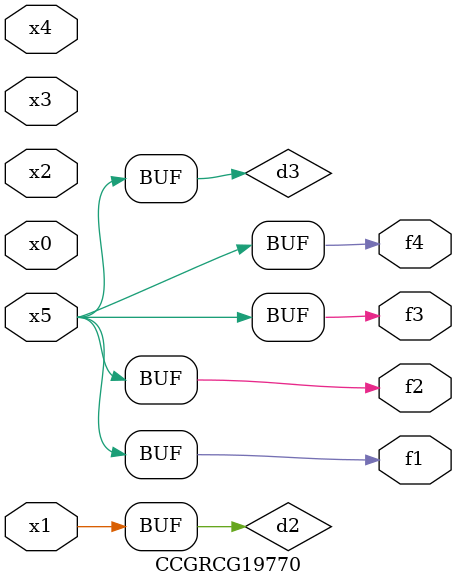
<source format=v>
module CCGRCG19770(
	input x0, x1, x2, x3, x4, x5,
	output f1, f2, f3, f4
);

	wire d1, d2, d3;

	not (d1, x5);
	or (d2, x1);
	xnor (d3, d1);
	assign f1 = d3;
	assign f2 = d3;
	assign f3 = d3;
	assign f4 = d3;
endmodule

</source>
